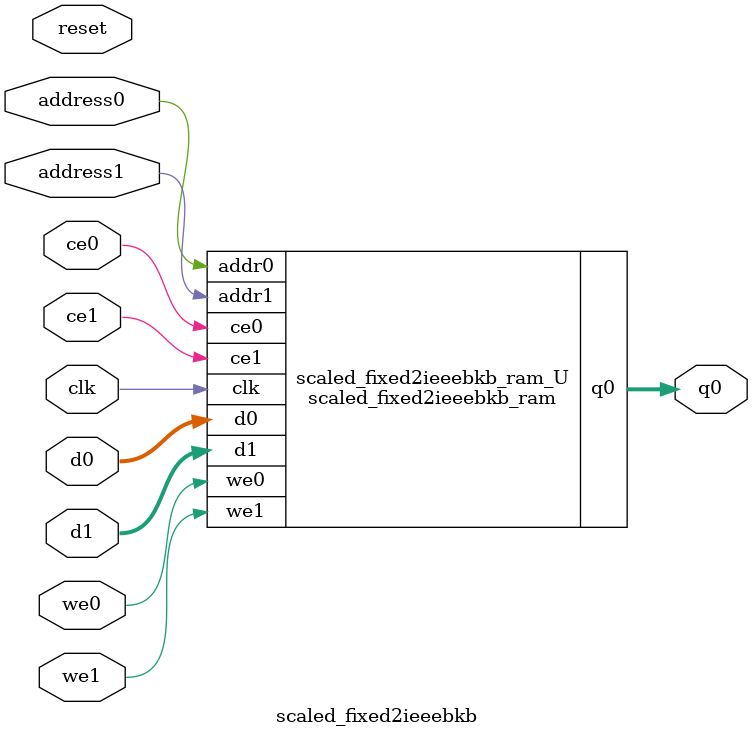
<source format=v>
`timescale 1 ns / 1 ps
module scaled_fixed2ieeebkb_ram (addr0, ce0, d0, we0, q0, addr1, ce1, d1, we1,  clk);

parameter DWIDTH = 32;
parameter AWIDTH = 1;
parameter MEM_SIZE = 2;

input[AWIDTH-1:0] addr0;
input ce0;
input[DWIDTH-1:0] d0;
input we0;
output reg[DWIDTH-1:0] q0;
input[AWIDTH-1:0] addr1;
input ce1;
input[DWIDTH-1:0] d1;
input we1;
input clk;

(* ram_style = "block" *)reg [DWIDTH-1:0] ram[0:MEM_SIZE-1];




always @(posedge clk)  
begin 
    if (ce0) 
    begin
        if (we0) 
        begin 
            ram[addr0] <= d0; 
        end 
        q0 <= ram[addr0];
    end
end


always @(posedge clk)  
begin 
    if (ce1) 
    begin
        if (we1) 
        begin 
            ram[addr1] <= d1; 
        end 
    end
end


endmodule

`timescale 1 ns / 1 ps
module scaled_fixed2ieeebkb(
    reset,
    clk,
    address0,
    ce0,
    we0,
    d0,
    q0,
    address1,
    ce1,
    we1,
    d1);

parameter DataWidth = 32'd32;
parameter AddressRange = 32'd2;
parameter AddressWidth = 32'd1;
input reset;
input clk;
input[AddressWidth - 1:0] address0;
input ce0;
input we0;
input[DataWidth - 1:0] d0;
output[DataWidth - 1:0] q0;
input[AddressWidth - 1:0] address1;
input ce1;
input we1;
input[DataWidth - 1:0] d1;



scaled_fixed2ieeebkb_ram scaled_fixed2ieeebkb_ram_U(
    .clk( clk ),
    .addr0( address0 ),
    .ce0( ce0 ),
    .we0( we0 ),
    .d0( d0 ),
    .q0( q0 ),
    .addr1( address1 ),
    .ce1( ce1 ),
    .we1( we1 ),
    .d1( d1 ));

endmodule


</source>
